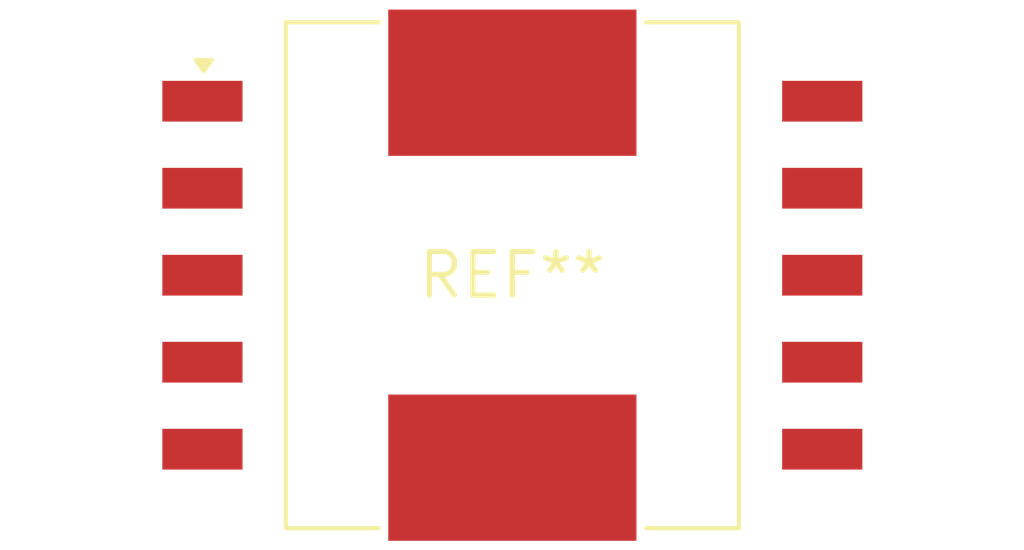
<source format=kicad_pcb>
(kicad_pcb (version 20240108) (generator pcbnew)
  (layers (0 "F.Cu" signal) (31 "B.Cu" signal) (34 "B.Paste" user) (35 "F.Paste" user) (36 "B.SilkS" user "B.Silkscreen") (37 "F.SilkS" user "F.Silkscreen") (38 "B.Mask" user) (39 "F.Mask" user) (44 "Edge.Cuts" user))
  (net 0 "")
  (footprint "Transformer_Coilcraft_CST2010" (layer "F.Cu") (at 0 0)
    (property "Reference" "REF**")
    (property "Value" "Transformer_Coilcraft_CST2010")
    (fp_line (start -6.61 7.385) (end -6.61 -7.385) (layer "F.SilkS") (stroke (width 0.12)))
    (fp_line (start -3.9 -7.385) (end -6.61 -7.385) (layer "F.SilkS") (stroke (width 0.12)))
    (fp_line (start -3.9 7.385) (end -6.61 7.385) (layer "F.SilkS") (stroke (width 0.12)))
    (fp_line (start 6.61 -7.385) (end 3.9 -7.385) (layer "F.SilkS") (stroke (width 0.12)))
    (fp_line (start 6.61 7.385) (end 3.9 7.385) (layer "F.SilkS") (stroke (width 0.12)))
    (fp_line (start 6.61 7.385) (end 6.61 -7.385) (layer "F.SilkS") (stroke (width 0.12)))
    (fp_poly (pts (xy -9 -5.95) (xy -9.24 -6.28) (xy -8.76 -6.28) (xy -9 -5.95)) (layer "F.SilkS") (stroke (width 0.12)) (fill solid))
    (pad "1" smd rect (at -9.04 -5.08) (size 2.34 1.19) (layers "F.Cu" "F.Paste" "F.Mask"))
    (pad "2" smd rect (at -9.04 -2.54) (size 2.34 1.19) (layers "F.Cu" "F.Paste" "F.Mask"))
    (pad "3" smd rect (at -9.04 0) (size 2.34 1.19) (layers "F.Cu" "F.Paste" "F.Mask"))
    (pad "4" smd rect (at -9.04 2.54) (size 2.34 1.19) (layers "F.Cu" "F.Paste" "F.Mask"))
    (pad "5" smd rect (at -9.04 5.08) (size 2.34 1.19) (layers "F.Cu" "F.Paste" "F.Mask"))
    (pad "6" smd rect (at 9.04 5.08) (size 2.34 1.19) (layers "F.Cu" "F.Paste" "F.Mask"))
    (pad "7" smd rect (at 9.04 2.54) (size 2.34 1.19) (layers "F.Cu" "F.Paste" "F.Mask"))
    (pad "8" smd rect (at 9.04 0) (size 2.34 1.19) (layers "F.Cu" "F.Paste" "F.Mask"))
    (pad "9" smd rect (at 9.04 -2.54) (size 2.34 1.19) (layers "F.Cu" "F.Paste" "F.Mask"))
    (pad "10" smd rect (at 9.04 -5.08) (size 2.34 1.19) (layers "F.Cu" "F.Paste" "F.Mask"))
    (pad "11" smd rect (at 0 -5.62) (size 7.24 4.27) (layers "F.Cu" "F.Paste" "F.Mask"))
    (pad "12" smd rect (at 0 5.62) (size 7.24 4.27) (layers "F.Cu" "F.Paste" "F.Mask"))
  )
)
</source>
